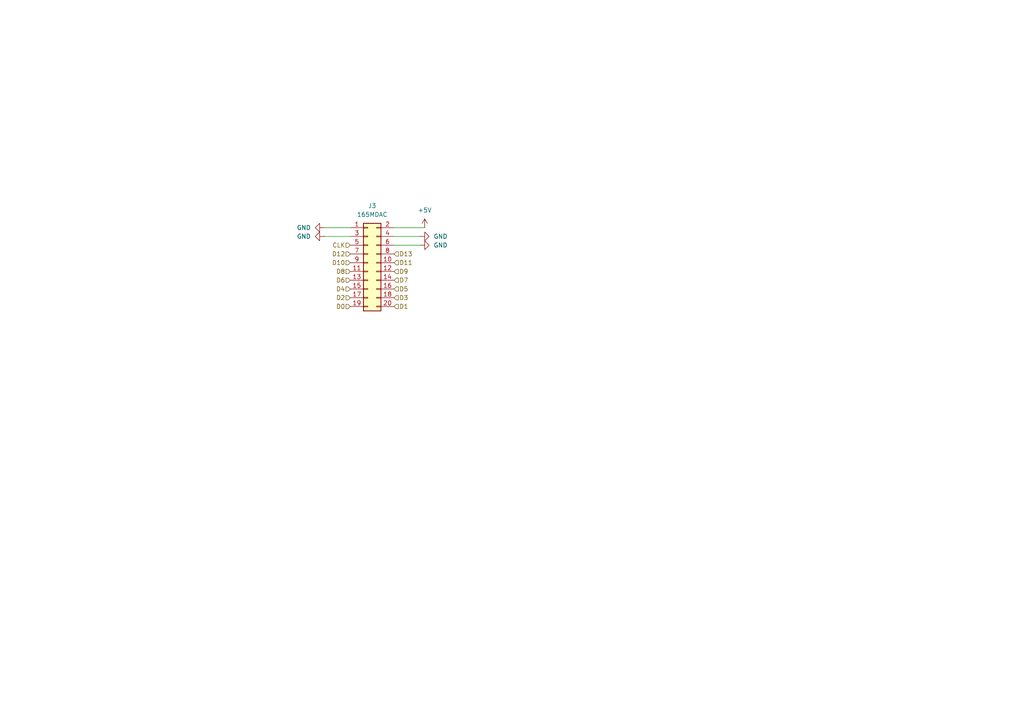
<source format=kicad_sch>
(kicad_sch (version 20231120) (generator "eeschema") (generator_version "8.0")
  (paper "A4")
  (lib_symbols
    (symbol "DAC_PCB:165MDAC" (pin_names (offset 1.016) hide)
      (property "Reference" "J" (at 1.27 12.7 0))
      (property "Value" "165MDAC" (at 1.27 -15.24 0))
      (symbol "165MDAC_1_1"
        (rectangle (start -1.27 -12.573) (end 0 -12.827) (stroke (width 0.1524)))
        (rectangle (start -1.27 -10.033) (end 0 -10.287) (stroke (width 0.1524)))
        (rectangle (start -1.27 -7.493) (end 0 -7.747) (stroke (width 0.1524)))
        (rectangle (start -1.27 -4.953) (end 0 -5.207) (stroke (width 0.1524)))
        (rectangle (start -1.27 -2.413) (end 0 -2.667) (stroke (width 0.1524)))
        (rectangle (start -1.27 0.127) (end 0 -0.127) (stroke (width 0.1524)))
        (rectangle (start -1.27 2.667) (end 0 2.413) (stroke (width 0.1524)))
        (rectangle (start -1.27 5.207) (end 0 4.953) (stroke (width 0.1524)))
        (rectangle (start -1.27 7.747) (end 0 7.493) (stroke (width 0.1524)))
        (rectangle (start -1.27 10.287) (end 0 10.033) (stroke (width 0.1524)))
        (rectangle (start -1.27 11.43) (end 3.81 -13.97) (stroke (width 0.254)) (fill (type background)))
        (rectangle (start 3.81 -12.573) (end 2.54 -12.827) (stroke (width 0.1524)))
        (rectangle (start 3.81 -10.033) (end 2.54 -10.287) (stroke (width 0.1524)))
        (rectangle (start 3.81 -7.493) (end 2.54 -7.747) (stroke (width 0.1524)))
        (rectangle (start 3.81 -4.953) (end 2.54 -5.207) (stroke (width 0.1524)))
        (rectangle (start 3.81 -2.413) (end 2.54 -2.667) (stroke (width 0.1524)))
        (rectangle (start 3.81 0.127) (end 2.54 -0.127) (stroke (width 0.1524)))
        (rectangle (start 3.81 2.667) (end 2.54 2.413) (stroke (width 0.1524)))
        (rectangle (start 3.81 5.207) (end 2.54 4.953) (stroke (width 0.1524)))
        (rectangle (start 3.81 7.747) (end 2.54 7.493) (stroke (width 0.1524)))
        (rectangle (start 3.81 10.287) (end 2.54 10.033) (stroke (width 0.1524)))
        (pin passive line (at -5.08 10.16 0) (length 3.81) (name "Pin_1") (number "1"))
        (pin passive line (at 7.62 0 180) (length 3.81) (name "Pin_10") (number "10"))
        (pin passive line (at -5.08 -2.54 0) (length 3.81) (name "Pin_11") (number "11"))
        (pin passive line (at 7.62 -2.54 180) (length 3.81) (name "Pin_12") (number "12"))
        (pin passive line (at -5.08 -5.08 0) (length 3.81) (name "Pin_13") (number "13"))
        (pin passive line (at 7.62 -5.08 180) (length 3.81) (name "Pin_14") (number "14"))
        (pin passive line (at -5.08 -7.62 0) (length 3.81) (name "Pin_15") (number "15"))
        (pin passive line (at 7.62 -7.62 180) (length 3.81) (name "Pin_16") (number "16"))
        (pin passive line (at -5.08 -10.16 0) (length 3.81) (name "Pin_17") (number "17"))
        (pin passive line (at 7.62 -10.16 180) (length 3.81) (name "Pin_18") (number "18"))
        (pin passive line (at -5.08 -12.7 0) (length 3.81) (name "Pin_19") (number "19"))
        (pin passive line (at 7.62 10.16 180) (length 3.81) (name "Pin_2") (number "2"))
        (pin passive line (at 7.62 -12.7 180) (length 3.81) (name "Pin_20") (number "20"))
        (pin passive line (at -5.08 7.62 0) (length 3.81) (name "Pin_3") (number "3"))
        (pin passive line (at 7.62 7.62 180) (length 3.81) (name "Pin_4") (number "4"))
        (pin passive line (at -5.08 5.08 0) (length 3.81) (name "Pin_5") (number "5"))
        (pin passive line (at 7.62 5.08 180) (length 3.81) (name "Pin_6") (number "6"))
        (pin passive line (at -5.08 2.54 0) (length 3.81) (name "Pin_7") (number "7"))
        (pin passive line (at 7.62 2.54 180) (length 3.81) (name "Pin_8") (number "8"))
        (pin passive line (at -5.08 0 0) (length 3.81) (name "Pin_9") (number "9"))
      )
    )
    (symbol "power:+5V" (power) (pin_numbers hide) (pin_names (offset 0) hide)
      (property "Value" "+5V" (at 0 3.556 0))
      (symbol "+5V_0_1"
        (polyline (pts (xy -0.762 1.27) (xy 0 2.54)))
        (polyline (pts (xy 0 0) (xy 0 2.54)))
        (polyline (pts (xy 0 2.54) (xy 0.762 1.27)))
      )
      (symbol "+5V_1_1"
        (pin power_in line (at 0 0 90) (length 0) (name "~") (number "1"))
      )
    )
    (symbol "power:GND" (power) (pin_numbers hide) (pin_names (offset 0) hide)
      (property "Value" "GND" (at 0 -3.81 0))
      (symbol "GND_0_1"
        (polyline (pts (xy 0 0) (xy 0 -1.27) (xy 1.27 -1.27) (xy 0 -2.54) (xy -1.27 -1.27) (xy 0 -1.27)))
      )
      (symbol "GND_1_1"
        (pin power_in line (at 0 0 270) (length 0) (name "~") (number "1"))
      )
    )
  )
  (wire (pts (xy 121.92 71.12) (xy 114.3 71.12)))
  (wire (pts (xy 121.92 68.58) (xy 114.3 68.58)))
  (wire (pts (xy 93.98 66.04) (xy 101.6 66.04)))
  (wire (pts (xy 123.19 66.04) (xy 114.3 66.04)))
  (wire (pts (xy 93.98 68.58) (xy 101.6 68.58)))
  (hierarchical_label "D8" (shape input) (at 101.6 78.74 180))
  (hierarchical_label "D3" (shape input) (at 114.3 86.36 0))
  (hierarchical_label "D12" (shape input) (at 101.6 73.66 180))
  (hierarchical_label "D1" (shape input) (at 114.3 88.9 0))
  (hierarchical_label "CLK" (shape input) (at 101.6 71.12 180))
  (hierarchical_label "D2" (shape input) (at 101.6 86.36 180))
  (hierarchical_label "D4" (shape input) (at 101.6 83.82 180))
  (hierarchical_label "D7" (shape input) (at 114.3 81.28 0))
  (hierarchical_label "D9" (shape input) (at 114.3 78.74 0))
  (hierarchical_label "D6" (shape input) (at 101.6 81.28 180))
  (hierarchical_label "D13" (shape input) (at 114.3 73.66 0))
  (hierarchical_label "D11" (shape input) (at 114.3 76.2 0))
  (hierarchical_label "D0" (shape input) (at 101.6 88.9 180))
  (hierarchical_label "D10" (shape input) (at 101.6 76.2 180))
  (hierarchical_label "D5" (shape input) (at 114.3 83.82 0))
  (symbol (lib_id "power:GND") (at 93.98 66.04 270) (unit 1)
    (property "Reference" "#PWR016" (effects (hide yes)))
    (property "Value" "GND" (at 90.17 66.0399 90) (effects (justify right)))
    (property "Description" "Power symbol creates a global label with name \"GND\" , ground" (effects (hide yes)))
  )
  (symbol (lib_id "power:GND") (at 121.92 68.58 90) (unit 1)
    (property "Reference" "#PWR018" (effects (hide yes)))
    (property "Value" "GND" (at 125.73 68.5799 90) (effects (justify right)))
    (property "Description" "Power symbol creates a global label with name \"GND\" , ground" (effects (hide yes)))
  )
  (symbol (lib_id "power:GND") (at 93.98 68.58 270) (unit 1)
    (property "Reference" "#PWR017" (effects (hide yes)))
    (property "Value" "GND" (at 90.17 68.5799 90) (effects (justify right)))
    (property "Description" "Power symbol creates a global label with name \"GND\" , ground" (effects (hide yes)))
  )
  (symbol (lib_id "power:+5V") (at 123.19 66.04 0) (unit 1)
    (property "Reference" "#PWR020" (effects (hide yes)))
    (property "Value" "+5V" (at 123.19 60.96 0))
    (property "Description" "Power symbol creates a global label with name \"+5V\"" (effects (hide yes)))
  )
  (symbol (lib_id "DAC_PCB:165MDAC") (at 106.68 76.2 0) (unit 1)
    (property "Reference" "J3" (at 107.95 59.69 0))
    (property "Value" "165MDAC" (at 107.95 62.23 0))
    (property "Footprint" "Connector_PinHeader_2.54mm:PinHeader_2x10_P2.54mm_Vertical" (effects (hide yes)))
    (property "Description" "Generic connector, double row, 02x10, odd/even pin numbering scheme (row 1 odd numbers, row 2 even numbers), script generated (kicad-library-utils/schlib/autogen/connector/)" (effects (hide yes)))
  )
  (symbol (lib_id "power:GND") (at 121.92 71.12 90) (unit 1)
    (property "Reference" "#PWR019" (effects (hide yes)))
    (property "Value" "GND" (at 125.73 71.1199 90) (effects (justify right)))
    (property "Description" "Power symbol creates a global label with name \"GND\" , ground" (effects (hide yes)))
  )
)
</source>
